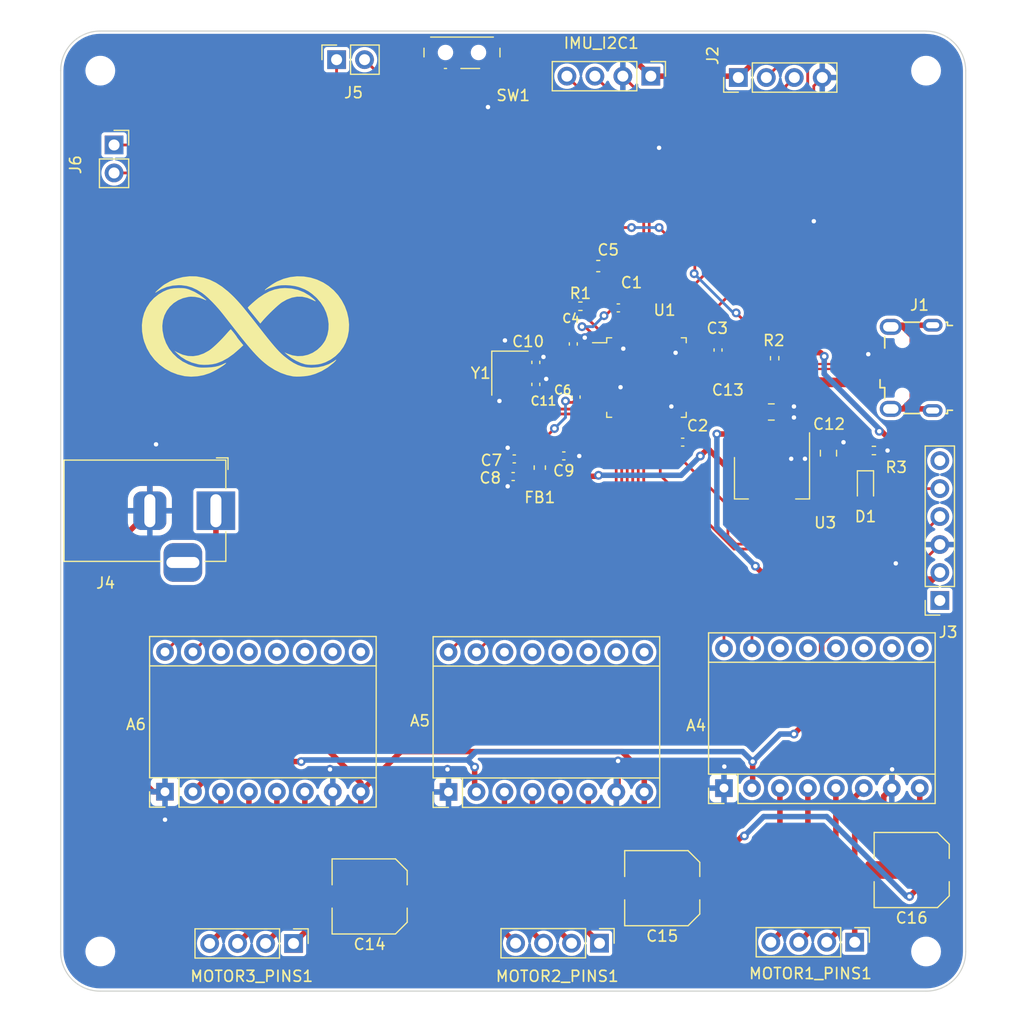
<source format=kicad_pcb>
(kicad_pcb (version 20221018) (generator pcbnew)
  (layers (0 "F.Cu" signal "SIG1") (31 "B.Cu" power "GND") (34 "B.Paste" user) (35 "F.Paste" user) (36 "B.SilkS" user "B.Silkscreen") (37 "F.SilkS" user "F.Silkscreen") (38 "B.Mask" user) (39 "F.Mask" user) (44 "Edge.Cuts" user))
  (net 0 "")
  (net 1 "GND")
  (net 2 "VBUS")
  (net 3 "Net-(A4-1B)")
  (net 4 "Net-(A4-1A)")
  (net 5 "Net-(A4-2A)")
  (net 6 "Net-(A4-2B)")
  (net 7 "+12V")
  (net 14 "STEP M2")
  (net 15 "DIR M2")
  (net 16 "Net-(A5-1B)")
  (net 17 "Net-(A5-1A)")
  (net 18 "Net-(A5-2A)")
  (net 19 "Net-(A5-2B)")
  (net 26 "STEP M1")
  (net 27 "DIR M1")
  (net 28 "Net-(A6-1B)")
  (net 29 "Net-(A6-1A)")
  (net 30 "Net-(A6-2A)")
  (net 31 "Net-(A6-2B)")
  (net 38 "STEP M3")
  (net 39 "DIR M3")
  (net 40 "+3.3V")
  (net 41 "+3.3VA")
  (net 42 "/STM32 Board/NSRT")
  (net 43 "/STM32 Board/HSE_IN")
  (net 44 "/STM32 Board/HSE_OUT")
  (net 45 "Net-(D1-K)")
  (net 46 "IMU1_SCL")
  (net 47 "IMU1_SDA")
  (net 48 "USB_D-")
  (net 49 "USB_D+")
  (net 51 "unconnected-(J1-Shield-Pad6)")
  (net 52 "SWDIO")
  (net 53 "SWCLK")
  (net 57 "/STM32 Board/SW_BOOT0")
  (net 58 "/STM32 Board/BOOT0")
  (net 72 "BT_TX")
  (net 73 "BT_RX")
  (net 78 "/STM32 Board/GPIO_IN1")
  (net 79 "/STM32 Board/GPIO_IN2")
  (net 80 "/STM32 Board/GPIO_OUT1")
  (net 81 "/STM32 Board/GPIO_OUT2")
  (footprint "Connector_PinHeader_2.54mm:PinHeader_1x04_P2.54mm_Vertical" (layer "F.Cu") (at 195 45.5 -90)
    (fp_text reference "IMU_I2C1")
    (fp_text value "Conn_01x04_Pin")
  )
  (footprint "Package_TO_SOT_SMD:SOT-223-3_TabPin2" (layer "F.Cu") (at 206.006 81.99 -90)
    (fp_text reference "U3")
    (fp_text value "AMS1117-3.3")
  )
  (footprint "Capacitor_SMD:C_0402_1005Metric" (layer "F.Cu") (at 184.556 71.494 90)
    (fp_text reference "C10")
    (fp_text value "10pF")
  )
  (footprint "Module:Pololu_Breakout-16_15.2x20.3mm" (layer "F.Cu") (at 176.626 110.51 90)
    (fp_text reference "A5")
    (fp_text value "Pololu_Breakout_A4988")
  )
  (footprint "Connector_PinHeader_2.54mm:PinHeader_1x04_P2.54mm_Vertical" (layer "F.Cu") (at 162.55 124.27 -90)
    (fp_text reference "MOTOR3_PINS1")
    (fp_text value "Conn_01x04_Pin")
  )
  (footprint "Capacitor_SMD:C_0402_1005Metric" (layer "F.Cu") (at 187.96 69.822 90)
    (fp_text reference "C4")
    (fp_text value "100nF")
  )
  (footprint "Capacitor_SMD:C_0805_2012Metric" (layer "F.Cu") (at 205.946 76)
    (fp_text reference "C13")
    (fp_text value "22uF")
  )
  (footprint "Capacitor_SMD:C_0402_1005Metric" (layer "F.Cu") (at 182.598 80.264 180)
    (fp_text reference "C7")
    (fp_text value "1uF")
  )
  (footprint "Capacitor_SMD:C_Elec_6.3x5.8" (layer "F.Cu") (at 218.694 117.602 180)
    (fp_text reference "C16")
    (fp_text value "47uF")
  )
  (footprint "Capacitor_SMD:C_Elec_6.3x5.8" (layer "F.Cu") (at 196.0375 119.25 180)
    (fp_text reference "C15")
    (fp_text value "47uF")
  )
  (footprint "Capacitor_SMD:C_0402_1005Metric" (layer "F.Cu") (at 201.106 70.371 -90)
    (fp_text reference "C3")
    (fp_text value "100nF")
  )
  (footprint "Connector_PinSocket_2.54mm:PinSocket_1x02_P2.54mm_Vertical" (layer "F.Cu") (at 166.46 44 90)
    (fp_text reference "J5")
    (fp_text value "GPIO Inputs")
  )
  (footprint "Crystal:Crystal_SMD_3225-4Pin_3.2x2.5mm" (layer "F.Cu") (at 182.206 72.474 -90)
    (fp_text reference "Y1")
    (fp_text value "16MHz")
  )
  (footprint "MountingHole:MountingHole_2.2mm_M2" (layer "F.Cu") (at 220 125)
    (fp_text reference "H4")
    (fp_text value "MountingHole")
  )
  (footprint "Package_QFP:LQFP-48_7x7mm_P0.5mm" (layer "F.Cu") (at 194.606 72.871)
    (fp_text reference "U1")
    (fp_text value "STM32F103C8T6")
  )
  (footprint "Capacitor_SMD:C_0402_1005Metric" (layer "F.Cu") (at 197.894 78.74 180)
    (fp_text reference "C2")
    (fp_text value "100nF")
  )
  (footprint "Connector_PinHeader_2.54mm:PinHeader_1x04_P2.54mm_Vertical" (layer "F.Cu") (at 190.34 124.25 -90)
    (fp_text reference "MOTOR2_PINS1")
    (fp_text value "Conn_01x04_Pin")
  )
  (footprint "Button_Switch_SMD:SW_SPDT_PCM12" (layer "F.Cu") (at 177.85 43.68 180)
    (fp_text reference "SW1")
    (fp_text value "SW_SPDT")
  )
  (footprint "Capacitor_SMD:C_Elec_6.3x5.8" (layer "F.Cu") (at 169.4625 120 180)
    (fp_text reference "C14")
    (fp_text value "47uF")
  )
  (footprint "Connector_PinHeader_2.54mm:PinHeader_1x04_P2.54mm_Vertical" (layer "F.Cu") (at 213.52 124.16 -90)
    (fp_text reference "MOTOR1_PINS1")
    (fp_text value "Conn_01x04_Pin")
  )
  (footprint "Connector_PinSocket_2.54mm:PinSocket_1x02_P2.54mm_Vertical" (layer "F.Cu") (at 146.25 51.75)
    (fp_text reference "J6")
    (fp_text value "GPIO Outputs")
  )
  (footprint "Resistor_SMD:R_0402_1005Metric" (layer "F.Cu") (at 215.26 79.5 180)
    (fp_text reference "R3")
    (fp_text value "1k5")
  )
  (footprint "Capacitor_SMD:C_0402_1005Metric" (layer "F.Cu") (at 184.556 73.494 90)
    (fp_text reference "C11")
    (fp_text value "10pF")
  )
  (footprint "Capacitor_SMD:C_0603_1608Metric" (layer "F.Cu") (at 190.225 62.75)
    (fp_text reference "C5")
    (fp_text value "10uF")
  )
  (footprint "Resistor_SMD:R_0402_1005Metric" (layer "F.Cu") (at 206.248 71.118 90)
    (fp_text reference "R2")
    (fp_text value "1k5")
  )
  (footprint "Capacitor_SMD:C_0402_1005Metric" (layer "F.Cu") (at 188.214 74.648 90)
    (fp_text reference "C6")
    (fp_text value "10nF")
  )
  (footprint "Logos:evenBetter" (layer "F.Cu") (at 158.25 68.25)
    (fp_text reference "Riley Yeoman" hide)
    (fp_text value "LOGO" hide)
  )
  (footprint "Resistor_SMD:R_0402_1005Metric" (layer "F.Cu") (at 188.606 66.396)
    (fp_text reference "R1")
    (fp_text value "10K")
  )
  (footprint "Connector_PinSocket_2.54mm:PinSocket_1x06_P2.54mm_Vertical" (layer "F.Cu") (at 221.25 93.12 180)
    (fp_text reference "J3")
    (fp_text value "BLUETOOTH SOCKET")
  )
  (footprint "MountingHole:MountingHole_2.2mm_M2" (layer "F.Cu") (at 220 45)
    (fp_text reference "H2")
    (fp_text value "MountingHole")
  )
  (footprint "MountingHole:MountingHole_2.2mm_M2" (layer "F.Cu") (at 145 125)
    (fp_text reference "H3")
    (fp_text value "MountingHole")
  )
  (footprint "Module:Pololu_Breakout-16_15.2x20.3mm" (layer "F.Cu") (at 201.646 110.16 90)
    (fp_text reference "A4")
    (fp_text value "Pololu_Breakout_A4988")
  )
  (footprint "Connector_PinHeader_2.54mm:PinHeader_1x04_P2.54mm_Vertical" (layer "F.Cu") (at 202.95 45.625 90)
    (fp_text reference "J2")
    (fp_text value "Conn_01x04_Pin")
  )
  (footprint "Capacitor_SMD:C_0805_2012Metric" (layer "F.Cu") (at 211.136 79.74 90)
    (fp_text reference "C12")
    (fp_text value "22uF")
  )
  (footprint "Module:Pololu_Breakout-16_15.2x20.3mm" (layer "F.Cu") (at 150.876 110.49 90)
    (fp_text reference "A6")
    (fp_text value "Pololu_Breakout_A4988")
  )
  (footprint "Inductor_SMD:L_0603_1608Metric" (layer "F.Cu") (at 184.918 81.0515 -90)
    (fp_text reference "FB1")
    (fp_text value "120R")
  )
  (footprint "Connector_BarrelJack:BarrelJack_Horizontal" (layer "F.Cu") (at 155.5 84.9685)
    (fp_text reference "J4")
    (fp_text value "12V Input")
  )
  (footprint "Capacitor_SMD:C_0402_1005Metric" (layer "F.Cu") (at 182.498 81.864 180)
    (fp_text reference "C8")
    (fp_text value "1uF")
  )
  (footprint "MountingHole:MountingHole_2.2mm_M2" (layer "F.Cu") (at 145 45)
    (fp_text reference "H1")
    (fp_text value "MountingHole")
  )
  (footprint "Capacitor_SMD:C_0402_1005Metric" (layer "F.Cu") (at 192.052 66.548)
    (fp_text reference "C1")
    (fp_text value "100nF")
  )
  (footprint "Connector_USB:USB_Micro-B_Wuerth_629105150521" (layer "F.Cu") (at 218.645 71.994 90)
    (fp_text reference "J1")
    (fp_text value "USB_B_Micro")
  )
  (footprint "Capacitor_SMD:C_0402_1005Metric" (layer "F.Cu") (at 187.098 79.989)
    (fp_text reference "C9")
    (fp_text value "100nF")
  )
  (footprint "LED_SMD:LED_0603_1608Metric" (layer "F.Cu") (at 214.496 82.8275 -90)
    (fp_text reference "D1")
    (fp_text value "LED")
  )
  (gr_arc (start 141.4 45) (mid 142.454416 42.454416) (end 145 41.4) (stroke (width 0.1)) (layer "Edge.Cuts"))
  (gr_arc (start 223.599999 125) (mid 222.551481 127.551481) (end 220 128.599999) (stroke (width 0.1)) (layer "Edge.Cuts"))
  (gr_arc (start 144.990001 128.599999) (mid 142.445035 127.547933) (end 141.400043 125.000055) (stroke (width 0.1)) (layer "Edge.Cuts"))
  (gr_line (start 141.4 45) (end 141.4 125) (stroke (width 0.1)) (layer "Edge.Cuts"))
  (gr_line (start 145 128.6) (end 220 128.6) (stroke (width 0.1)) (layer "Edge.Cuts"))
  (gr_arc (start 220 41.409987) (mid 222.542056 42.460873) (end 223.599999 45) (stroke (width 0.1)) (layer "Edge.Cuts"))
  (gr_line (start 145 41.4) (end 220 41.4) (stroke (width 0.1)) (layer "Edge.Cuts"))
  (gr_line (start 223.6 45) (end 223.6 125) (stroke (width 0.1)) (layer "Edge.Cuts"))
  (segment (start 150.876 113.03) (end 150.876 110.49) (width 0.25) (layer "F.Cu") (net 1))
  (segment (start 192.356 66.724) (end 192.532 66.548) (width 0.25) (layer "F.Cu") (net 1))
  (segment (start 185.236 71.014) (end 185.25 71) (width 0.25) (layer "F.Cu") (net 1))
  (segment (start 191 64) (end 191 62.75) (width 0.25) (layer "F.Cu") (net 1))
  (segment (start 190.4435 73.621) (end 192.121 73.621) (width 0.25) (layer "F.Cu") (net 1))
  (segment (start 216.916 110.13) (end 216.886 110.16) (width 0.5) (layer "F.Cu") (net 1))
  (segment (start 195.75 48.79) (end 192.46 45.5) (width 0.25) (layer "F.Cu") (net 1))
  (segment (start 192.121 73.621) (end 192.25 73.75) (width 0.25) (layer "F.Cu") (net 1))
  (segment (start 181.356 74.894) (end 181.25 75) (width 0.25) (layer "F.Cu") (net 1))
  (segment (start 206.896 76) (end 207.5 76) (width 0.25) (layer "F.Cu") (net 1))
  (segment (start 166.116 119.191) (end 166.116 110.49) (width 0.5) (layer "F.Cu") (net 1))
  (segment (start 196.856 75.849989) (end 196.865644 75.840345) (width 0.25) (layer "F.Cu") (net 1))
  (segment (start 193.5 119.25) (end 191.866 117.616) (width 0.5) (layer "F.Cu") (net 1))
  (segment (start 197.414 78.74) (end 196.856 78.182) (width 0.25) (layer "F.Cu") (net 1))
  (segment (start 207.5 76) (end 208 75.5) (width 0.25) (layer "F.Cu") (net 1))
  (segment (start 197.583296 70.621) (end 197.581042 70.623254) (width 0.25) (layer "F.Cu") (net 1))
  (segment (start 216.916 108.458) (end 216.916 110.13) (width 0.5) (layer "F.Cu") (net 1))
  (segment (start 201.646 110.16) (end 201.646 108.234) (width 0.25) (layer "F.Cu") (net 1))
  (segment (start 149.5 79.5) (end 149.5 84.9685) (width 0.5) (layer "F.Cu") (net 1))
  (segment (start 216.1565 117.602) (end 216.1565 110.8895) (width 0.5) (layer "F.Cu") (net 1))
  (segment (start 166.116 110.49) (end 166.116 108.712) (width 0.25) (layer "F.Cu") (net 1))
  (segment (start 181.356 73.574) (end 181.356 74.894) (width 0.25) (layer "F.Cu") (net 1))
  (segment (start 176.626 110.51) (end 176.626 108.554) (width 0.25) (layer "F.Cu") (net 1))
  (segment (start 191.602 110.774) (end 191.866 110.51) (width 0.25) (layer "F.Cu") (net 1))
  (segment (start 192.356 68.7085) (end 192.356 66.724) (width 0.25) (layer "F.Cu") (net 1))
  (segment (start 192.356 69.889334) (end 192.335988 69.909346) (width 0.25) (layer "F.Cu") (net 1))
  (segment (start 211.136 78.79) (end 212.21 78.79) (width 0.5) (layer "F.Cu") (net 1))
  (segment (start 201.646 108.234) (end 201.676 108.204) (width 0.25) (layer "F.Cu") (net 1))
  (segment (start 150.062 78.938) (end 149.5 79.5) (width 0.5) (layer "F.Cu") (net 1))
  (segment (start 188.908 69.342) (end 189 69.25) (width 0.25) (layer "F.Cu") (net 1))
  (segment (start 192.532 65.532) (end 191 64) (width 0.25) (layer "F.Cu") (net 1))
  (segment (start 144.713 105.394173) (end 149.808827 110.49) (width 0.5) (layer "F.Cu") (net 1))
  (segment (start 214.806 70.694) (end 214.75 70.75) (width 0.25) (layer "F.Cu") (net 1))
  (segment (start 188.214 74.168) (end 188.761 73.621) (width 0.25) (layer "F.Cu") (net 1))
  (segment (start 201.106 70.851) (end 200.876 70.621) (width 0.25) (layer "F.Cu") (net 1))
  (segment (start 192.024 110.352) (end 191.866 110.51) (width 0.5) (layer "F.Cu") (net 1))
  (segment (start 180.1 48.196) (end 180.21 48.306) (width 0.25) (layer "F.Cu") (net 1))
  (segment (start 149.808827 110.49) (end 150.876 110.49) (width 0.5) (layer "F.Cu") (net 1))
  (segment (start 188.761 73.621) (end 190.4435 73.621) (width 0.25) (layer "F.Cu") (net 1))
  (segment (start 166.925 120) (end 166.116 119.191) (width 0.5) (layer "F.Cu") (net 1))
  (segment (start 208.306 79.556) (end 209 80.25) (width 0.5) (layer "F.Cu") (net 1))
  (segment (start 196.856 77.0335) (end 196.856 75.849989) (width 0.25) (layer "F.Cu") (net 1))
  (segment (start 181.75 69.5) (end 181.75 69.75) (width 0.25) (layer "F.Cu") (net 1))
  (segment (start 208.306 78.84) (end 208.306 79.556) (width 0.5) (layer "F.Cu") (net 1))
  (segment (start 184.556 71.014) (end 185.236 71.014) (width 0.25) (layer "F.Cu") (net 1))
  (segment (start 183.056 71.374) (end 183.056 71.056) (width 0.25) (layer "F.Cu") (net 1))
  (segment (start 216.1565 110.8895) (end 216.886 110.16) (width 0.5) (layer "F.Cu") (net 1))
  (segment (start 182.018 81.864) (end 182.018 82.732) (width 0.5) (layer "F.Cu") (net 1))
  (segment (start 208.306 79.694) (end 207.75 80.25) (width 0.5) (layer "F.Cu") (net 1))
  (segment (start 212.21 78.79) (end 212.25 78.75) (width 0.5) (layer "F.Cu") (net 1))
  (segment (start 221.25 88.04) (end 219.54 89.75) (width 0.25) (layer "F.Cu") (net 1))
  (segment (start 215.77 79.5) (end 216.5 79.5) (width 0.5) (layer "F.Cu") (net 1))
  (segment (start 192.024 107.696) (end 192.024 110.352) (width 0.5) (layer "F.Cu") (net 1))
  (segment (start 184.556 73.014) (end 185.486 73.014) (width 0.25) (layer "F.Cu") (net 1))
  (segment (start 187.578 79.989) (end 188.239 79.989) (width 0.25) (layer "F.Cu") (net 1))
  (segment (start 216.745 70.694) (end 214.806 70.694) (width 0.25) (layer "F.Cu") (net 1))
  (segment (start 206.896 76) (end 207.396 76.5) (width 0.25) (layer "F.Cu") (net 1))
  (segment (start 209.804 58.674) (end 209.804 46.391) (width 0.25) (layer "F.Cu") (net 1))
  (segment (start 191.866 117.616) (end 191.866 110.51) (width 0.5) (layer "F.Cu") (net 1))
  (segment (start 207.396 76.5) (end 208 76.5) (width 0.25) (layer "F.Cu") (net 1))
  (segment (start 200.876 70.621) (end 198.7685 70.621) (width 0.25) (layer "F.Cu") (net 1))
  (segment (start 182.118 80.264) (end 182.118 79.368) (width 0.5) (layer "F.Cu") (net 1))
  (segment (start 182.118 79.368) (end 182 79.25) (width 0.5) (layer "F.Cu") (net 1))
  (segment (start 196.856 78.182) (end 196.856 77.0335) (width 0.25) (layer "F.Cu") (net 1))
  (segment (start 192.532 66.548) (end 192.532 65.532) (width 0.25) (layer "F.Cu") (net 1))
  (segment (start 188.239 79.989) (end 188.25 80) (width 0.25) (layer "F.Cu") (net 1))
  (segment (start 180.1 45.11) (end 180.1 48.196) (width 0.25) (layer "F.Cu") (net 1))
  (segment (start 149.5 84.9685) (end 144.713 89.7555) (width 0.5) (layer "F.Cu") (net 1))
  (segment (start 208.306 78.84) (end 208.306 79.694) (width 0.5) (layer "F.Cu") (net 1))
  (segment (start 198.7685 70.621) (end 197.583296 70.621) (width 0.25) (layer "F.Cu") (net 1))
  (segment (start 144.713 89.7555) (end 144.713 105.394173) (width 0.5) (layer "F.Cu") (net 1))
  (segment (start 176.626 108.554) (end 176.53 108.458) (width 0.25) (layer "F.Cu") (net 1))
  (segment (start 182.018 82.732) (end 182 82.75) (width 0.5) (layer "F.Cu") (net 1))
  (segment (start 183.056 71.056) (end 181.75 69.5) (width 0.25) (layer "F.Cu") (net 1))
  (segment (start 185.486 73.014) (end 185.5 73) (width 0.25) (layer "F.Cu") (net 1))
  (segment (start 219.54 89.75) (end 217.25 89.75) (width 0.25) (layer "F.Cu") (net 1))
  (segment (start 166.116 108.712) (end 165.862 108.458) (width 0.25) (layer "F.Cu") (net 1))
  (segment (start 209.804 46.391) (end 210.57 45.625) (width 0.25) (layer "F.Cu") (net 1))
  (segment (start 165.694 110.912) (end 166.116 110.49) (width 0.25) (layer "F.Cu") (net 1))
  (segment (start 192.356 68.7085) (end 192.356 69.889334) (width 0.25) (layer "F.Cu") (net 1))
  (segment (start 195.75 52.007) (end 195.75 48.79) (width 0.25) (layer "F.Cu") (net 1))
  (segment (start 187.96 69.342) (end 188.908 69.342) (width 0.25) (layer "F.Cu") (net 1))
  (via (at 188.5 80) (size 0.8) (drill 0.4) (layers "F.Cu" "B.Cu") (net 1))
  (via (at 182 79.25) (size 0.8) (drill 0.4) (layers "F.Cu" "B.Cu") (net 1))
  (via (at 192.024 107.696) (size 0.8) (drill 0.4) (layers "F.Cu" "B.Cu") (net 1))
  (via (at 192.25 73.75) (size 0.8) (drill 0.4) (layers "F.Cu" "B.Cu") (net 1))
  (via (at 181.25 75) (size 0.8) (drill 0.4) (layers "F.Cu" "B.Cu") (net 1))
  (via (at 181.75 69.5) (size 0.8) (drill 0.4) (layers "F.Cu" "B.Cu") (net 1))
  (via (at 176.53 108.458) (size 0.8) (drill 0.4) (layers "F.Cu" "B.Cu") (net 1))
  (via (at 150.062 78.938) (size 0.8) (drill 0.4) (layers "F.Cu" "B.Cu") (net 1))
  (via (at 209.804 58.674) (size 0.8) (drill 0.4) (layers "F.Cu" "B.Cu") (net 1))
  (via (at 196.865644 75.5) (size 0.8) (drill 0.4) (layers "F.Cu" "B.Cu") (net 1))
  (via (at 216.916 108.458) (size 0.8) (drill 0.4) (layers "F.Cu" "B.Cu") (net 1))
  (via (at 192.5 70.25) (size 0.8) (drill 0.4) (layers "F.Cu" "B.Cu") (net 1))
  (via (at 182 82.75) (size 0.8) (drill 0.4) (layers "F.Cu" "B.Cu") (net 1))
  (via (at 209 80.25) (size 0.8) (drill 0.4) (layers "F.Cu" "B.Cu") (net 1))
  (via (at 165.862 108.458) (size 0.8) (drill 0.4) (layers "F.Cu" "B.Cu") (net 1))
  (via (at 207.75 80.25) (size 0.8) (drill 0.4) (layers "F.Cu" "B.Cu") (net 1))
  (via (at 212.5 78.75) (size 0.8) (drill 0.4) (layers "F.Cu" "B.Cu") (net 1))
  (via (at 180.21 48.306) (size 0.8) (drill 0.4) (layers "F.Cu" "B.Cu") (net 1))
  (via (at 216.5 79.5) (size 0.8) (drill 0.4) (layers "F.Cu" "B.Cu") (net 1))
  (via (at 150.876 113.03) (size 0.8) (drill 0.4) (layers "F.Cu" "B.Cu") (net 1))
  (via (at 214.75 70.75) (size 0.8) (drill 0.4) (layers "F.Cu" "B.Cu") (net 1))
  (via (at 189 69.25) (size 0.8) (drill 0.4) (layers "F.Cu" "B.Cu") (net 1))
  (via (at 197.25 70.623254) (size 0.8) (drill 0.4) (layers "F.Cu" "B.Cu") (net 1))
  (via (at 201.676 108.204) (size 0.8) (drill 0.4) (layers "F.Cu" "B.Cu") (net 1))
  (via (at 217.25 89.75) (size 0.8) (drill 0.4) (layers "F.Cu" "B.Cu") (net 1))
  (via (at 208 76.5) (size 0.8) (drill 0.4) (layers "F.Cu" "B.Cu") (net 1))
  (via (at 185.5 73) (size 0.8) (drill 0.4) (layers "F.Cu" "B.Cu") (net 1))
  (via (at 185.25 71) (size 0.8) (drill 0.4) (layers "F.Cu" "B.Cu") (net 1))
  (via (at 195.75 52.007) (size 0.8) (drill 0.4) (layers "F.Cu" "B.Cu") (net 1))
  (via (at 208 75.5) (size 0.8) (drill 0.4) (layers "F.Cu" "B.Cu") (net 1))
  (segment (start 215.75 96.08) (end 211.385346 96.08) (width 0.5) (layer "F.Cu") (net 2))
  (segment (start 179 110.344) (end 179.166 110.51) (width 0.5) (layer "F.Cu") (net 2))
  (segment (start 204.25 110.096) (end 204.186 110.16) (width 0.5) (layer "F.Cu") (net 2))
  (segment (start 153.416 110.49) (end 156.156 107.75) (width 0.5) (layer "F.Cu") (net 2))
  (segment (start 156.156 107.75) (end 163.25 107.75) (width 0.5) (layer "F.Cu") (net 2))
  (segment (start 204.25 107.75) (end 204.25 110.096) (width 0.5) (layer "F.Cu") (net 2))
  (segment (start 205.931 73.319) (end 216.745 73.319) (width 0.5) (layer "F.Cu") (net 2))
  (segment (start 201 78) (end 202.866 78) (width 0.5) (layer "F.Cu") (net 2))
  (segment (start 204.996 74.254) (end 205.931 73.319) (width 0.5) (layer "F.Cu") (net 2))
  (segment (start 210.516 102.734) (end 208 105.25) (width 0.5) (layer "F.Cu") (net 2))
  (segment (start 221.25 90.58) (end 220.651432 91.178568) (width 0.5) (layer "F.Cu") (net 2))
  (segment (start 220.651432 91.178568) (end 205.678568 91.178568) (width 0.5) (layer "F.Cu") (net 2))
  (segment (start 205.678568 91.178568) (end 204.5 90) (width 0.5) (layer "F.Cu") (net 2))
  (segment (start 221.25 90.58) (end 215.75 96.08) (width 0.5) (layer "F.Cu") (net 2))
  (segment (start 204.996 76) (end 204.996 74.254) (width 0.5) (layer "F.Cu") (net 2))
  (segment (start 202.866 78) (end 203.706 78.84) (width 0.5) (layer "F.Cu") (net 2))
  (segment (start 203.706 77.29) (end 203.706 78.84) (width 0.5) (layer "F.Cu") (net 2))
  (segment (start 179 108.25) (end 179 110.344) (width 0.5) (layer "F.Cu") (net 2))
  (segment (start 211.385346 96.08) (end 210.516 96.949346) (width 0.5) (layer "F.Cu") (net 2))
  (segment (start 210.516 96.949346) (end 210.516 102.734) (width 0.5) (layer "F.Cu") (net 2))
  (segment (start 204.996 76) (end 203.706 77.29) (width 0.5) (layer "F.Cu") (net 2))
  (via (at 163.25 107.75) (size 0.8) (drill 0.4) (layers "F.Cu" "B.Cu") (net 2))
  (via (at 204.25 107.75) (size 0.8) (drill 0.4) (layers "F.Cu" "B.Cu") (net 2))
  (via (at 179 108.25) (size 0.8) (drill 0.4) (layers "F.Cu" "B.Cu") (net 2))
  (via (at 204.5 90) (size 0.8) (drill 0.4) (layers "F.Cu" "B.Cu") (net 2))
  (via (at 201 78) (size 0.8) (drill 0.4) (layers "F.Cu" "B.Cu") (net 2))
  (via (at 208 105.25) (size 0.8) (drill 0.4) (layers "F.Cu" "B.Cu") (net 2))
  (segment (start 179.12 106.846) (end 203.346 106.846) (width 0.5) (layer "B.Cu") (net 2))
  (segment (start 163.25 107.75) (end 163.392 107.608) (width 0.5) (layer "B.Cu") (net 2))
  (segment (start 178.358 107.608) (end 179.12 106.846) (width 0.5) (layer "B.Cu") (net 2))
  (segment (start 163.392 107.608) (end 178.358 107.608) (width 0.5) (layer "B.Cu") (net 2))
  (segment (start 203.346 106.846) (end 204.25 107.75) (width 0.5) (layer "B.Cu") (net 2))
  (segment (start 201 86.5) (end 201 78) (width 0.5) (layer "B.Cu") (net 2))
  (segment (start 178.358 107.608) (end 179 108.25) (width 0.5) (layer "B.Cu") (net 2))
  (segment (start 206.75 105.25) (end 204.25 107.75) (width 0.5) (layer "B.Cu") (net 2))
  (segment (start 204.5 90) (end 201 86.5) (width 0.5) (layer "B.Cu") (net 2))
  (segment (start 208 105.25) (end 206.75 105.25) (width 0.5) (layer "B.Cu") (net 2))
  (segment (start 205.9 124.16) (end 206.726 123.334) (width 0.5) (layer "F.Cu") (net 3))
  (segment (start 206.726 123.334) (end 206.726 110.16) (width 0.5) (layer "F.Cu") (net 3))
  (segment (start 209.266 123.334) (end 208.44 124.16) (width 0.5) (layer "F.Cu") (net 4))
  (segment (start 209.266 110.16) (end 209.266 123.334) (width 0.5) (layer "F.Cu") (net 4))
  (segment (start 210.98 124.16) (end 211.806 123.334) (width 0.5) (layer "F.Cu") (net 5))
  (segment (start 211.806 123.334) (end 211.806 110.16) (width 0.5) (layer "F.Cu") (net 5))
  (segment (start 213.52 110.986) (end 214.346 110.16) (width 0.5) (layer "F.Cu") (net 6))
  (segment (start 213.52 124.16) (end 213.52 110.986) (width 0.5) (layer "F.Cu") (net 6))
  (segment (start 155.5 91.75) (end 151.75 95.5) (width 0.5) (layer "F.Cu") (net 7))
  (segment (start 151.75 95.5) (end 147.5 95.5) (width 0.5) (layer "F.Cu") (net 7))
  (segment (start 198.575 119.25) (end 194.406 115.081) (width 0.5) (layer "F.Cu") (net 7))
  (segment (start 168.656 116.656) (end 168.656 110.49) (width 0.5) (layer "F.Cu") (net 7))
  (segment (start 163.966 105) (end 168.656 109.69) (width 0.5) (layer "F.Cu") (net 7))
  (segment (start 146.75 105) (end 163.966 105) (width 0.5) (layer "F.Cu") (net 7))
  (segment (start 172 120) (end 168.656 116.656) (width 0.5) (layer "F.Cu") (net 7))
  (segment (start 147.5 95.5) (end 146.75 96.25) (width 0.5) (layer "F.Cu") (net 7))
  (segment (start 146.75 96.25) (end 146.75 105) (width 0.5) (layer "F.Cu") (net 7))
  (segment (start 168.656 110.49) (end 172.3 106.846) (width 0.5) (layer "F.Cu") (net 7))
  (segment (start 219.426 115.7965) (end 219.426 110.16) (width 0.5) (layer "F.Cu") (net 7))
  (segment (start 221.2315 117.602) (end 219.426 115.7965) (width 0.5) (layer "F.Cu") (net 7))
  (segment (start 221.2315 117.602) (end 220.898 117.602) (width 0.5) (layer "F.Cu") (net 7))
  (segment (start 168.656 109.69) (end 168.656 110.49) (width 0.5) (layer "F.Cu") (net 7))
  (segment (start 220.898 117.602) (end 218.5 120) (width 0.5) (layer "F.Cu") (net 7))
  (segment (start 155.5 84.9685) (end 155.5 91.75) (width 0.5) (layer "F.Cu") (net 7))
  (segment (start 156 84.9685) (end 154.25 84.9685) (width 0.25) (layer "F.Cu") (net 7))
  (segment (start 172.3 106.846) (end 192.376082 106.846) (width 0.5) (layer "F.Cu") (net 7))
  (segment (start 198.575 119.25) (end 203.325 114.5) (width 0.5) (layer "F.Cu") (net 7))
  (segment (start 203.325 114.5) (end 203.5 114.5) (width 0.5) (layer "F.Cu") (net 7))
  (segment (start 192.376082 106.846) (end 194.406 108.875918) (width 0.5) (layer "F.Cu") (net 7))
  (segment (start 194.406 115.081) (end 194.406 110.51) (width 0.5) (layer "F.Cu") (net 7))
  (segment (start 194.406 108.875918) (end 194.406 110.51) (width 0.5) (layer "F.Cu") (net 7))
  (via (at 218.5 120) (size 0.8) (drill 0.4) (layers "F.Cu" "B.Cu") (net 7))
  (via (at 203.5 114.5) (size 0.8) (drill 0.4) (layers "F.Cu" "B.Cu") (net 7))
  (segment (start 210.976654 112.75) (end 218.226654 120) (width 0.5) (layer "B.Cu") (net 7))
  (segment (start 218.226654 120) (end 218.5 120) (width 0.5) (layer "B.Cu") (net 7))
  (segment (start 205.25 112.75) (end 210.976654 112.75) (width 0.5) (layer "B.Cu") (net 7))
  (segment (start 203.5 114.5) (end 205.25 112.75) (width 0.5) (layer "B.Cu") (net 7))
  (segment (start 185.536 91.44) (end 191.77 91.44) (width 0.25) (layer "F.Cu") (net 14))
  (segment (start 191.77 91.44) (end 193.356 89.854) (width 0.25) (layer "F.Cu") (net 14))
  (segment (start 179.166 97.81) (end 185.536 91.44) (width 0.25) (layer "F.Cu") (net 14))
  (segment (start 193.356 89.854) (end 193.356 77.0335) (width 0.25) (layer "F.Cu") (net 14))
  (segment (start 191.262 90.678) (end 192.856 89.084) (width 0.25) (layer "F.Cu") (net 15))
  (segment (start 183.758 90.678) (end 191.262 90.678) (width 0.25) (layer "F.Cu") (net 15))
  (segment (start 192.856 89.084) (end 192.856 77.0335) (width 0.25) (layer "F.Cu") (net 15))
  (segment (start 176.626 97.81) (end 183.758 90.678) (width 0.25) (layer "F.Cu") (net 15))
  (segment (start 182.72 124.25) (end 181.706 123.236) (width 0.5) (layer "F.Cu") (net 16))
  (segment (start 181.706 123.236) (end 181.706 110.51) (width 0.5) (layer "F.Cu") (net 16))
  (segment (start 184.246 123.236) (end 185.26 124.25) (width 0.5) (layer "F.Cu") (net 17))
  (segment (start 184.246 110.51) (end 184.246 123.236) (width 0.5) (layer "F.Cu") (net 17))
  (segment (start 187.8 124.25) (end 186.786 123.236) (width 0.5) (layer "F.Cu") (net 18))
  (segment (start 186.786 123.236) (end 186.786 110.51) (width 0.5) (layer "F.Cu") (net 18))
  (segment (start 189.326 123.236) (end 190.34 124.25) (width 0.5) (layer "F.Cu") (net 19))
  (segment (start 189.326 110.51) (end 189.326 123.236) (width 0.5) (layer "F.Cu") (net 19))
  (segment (start 204.186 97.46) (end 204.186 92.172) (width 0.25) (layer "F.Cu") (net 26))
  (segment (start 204.186 92.172) (end 194.356 82.342) (width 0.25) (layer "F.Cu") (net 26))
  (segment (start 194.356 82.342) (end 194.356 77.0335) (width 0.25) (layer "F.Cu") (net 26))
  (segment (start 193.856 83.366) (end 193.856 77.0335) (width 0.25) (layer "F.Cu") (net 27))
  (segment (start 201.646 91.156) (end 193.856 83.366) (width 0.25) (layer "F.Cu") (net 27))
  (segment (start 201.646 97.46) (end 201.646 91.156) (width 0.25) (layer "F.Cu") (net 27))
  (segment (start 154.93 124.27) (end 155.956 123.244) (width 0.5) (layer "F.Cu") (net 28))
  (segment (start 155.956 123.244) (end 155.956 110.49) (width 0.5) (layer "F.Cu") (net 28))
  (segment (start 158.496 110.49) (end 158.496 123.244) (width 0.5) (layer "F.Cu") (net 29))
  (segment (start 158.496 123.244) (end 157.47 124.27) (width 0.5) (layer "F.Cu") (net 29))
  (segment (start 161.036 123.244) (end 161.036 110.49) (width 0.5) (layer "F.Cu") (net 30))
  (segment (start 160.01 124.27) (end 161.036 123.244) (width 0.5) (layer "F.Cu") (net 30))
  (segment (start 163.576 123.244) (end 162.55 124.27) (width 0.5) (layer "F.Cu") (net 31))
  (segment (start 163.576 110.49) (end 163.576 123.244) (width 0.5) (layer "F.Cu") (net 31))
  (segment (start 192.356 87.552) (end 189.738 90.17) (width 0.25) (layer "F.Cu") (net 38))
  (segment (start 189.738 90.17) (end 178.054 90.17) (width 0.25) (layer "F.Cu") (net 38))
  (segment (start 173.736 94.488) (end 156.718 94.488) (width 0.25) (layer "F.Cu") (net 38))
  (segment (start 192.356 77.0335) (end 192.356 87.552) (width 0.25) (layer "F.Cu") (net 38))
  (segment (start 156.718 94.488) (end 153.416 97.79) (width 0.25) (layer "F.Cu") (net 38))
  (segment (start 178.054 90.17) (end 173.736 94.488) (width 0.25) (layer "F.Cu") (net 38))
  (segment (start 177.292 89.408) (end 189.23 89.408) (width 0.25) (layer "F.Cu") (net 39))
  (segment (start 155.194 93.472) (end 173.228 93.472) (width 0.25) (layer "F.Cu") (net 39))
  (segment (start 150.876 97.79) (end 155.194 93.472) (width 0.25) (layer "F.Cu") (net 39))
  (segment (start 189.23 89.408) (end 191.856 86.782) (width 0.25) (layer "F.Cu") (net 39))
  (segment (start 173.228 93.472) (end 177.292 89.408) (width 0.25) (layer "F.Cu") (net 39))
  (segment (start 191.856 86.782) (end 191.856 77.0335) (width 0.25) (layer "F.Cu") (net 39))
  (segment (start 180.882792 43.61) (end 193.11 43.61) (width 0.5) (layer "F.Cu") (net 40))
  (segment (start 202.95 45.625) (end 205.117473 43.457527) (width 0.5) (layer "F.Cu") (net 40))
  (segment (start 205.117473 43.457527) (end 212.845357 43.457527) (width 0.5) (layer "F.Cu") (net 40))
  (segment (start 206.248 70.608) (end 210.4115 70.608) (width 0.5) (layer "F.Cu") (net 40))
  (segment (start 202.825 45.5) (end 202.95 45.625) (width 0.5) (layer "F.Cu") (net 40))
  (segment (start 175.25 44.76) (end 175.25 42.5) (width 0.5) (layer "F.Cu") (net 40))
  (segment (start 195.75 59.25) (end 199 62.5) (width 0.25) (layer "F.Cu") (net 40))
  (segment (start 180.55 42.55) (end 180.55 43.277208) (width 0.5) (layer "F.Cu") (net 40))
  (segment (start 199 62.5) (end 199 63.5) (width 0.25) (layer "F.Cu") (net 40))
  (segment (start 201.106 69.891) (end 198.8985 69.891) (width 0.5) (layer "F.Cu") (net 40))
  (segment (start 212 64.856) (end 206.248 70.608) (width 0.5) (layer "F.Cu") (net 40))
  (segment (start 193.11 43.61) (end 195 45.5) (width 0.5) (layer "F.Cu") (net 40))
  (segment (start 175.25 42.5) (end 175.75 42) (width 0.5) (layer "F.Cu") (net 40))
  (segment (start 213.75 64) (end 212.894 64.856) (width 0.5) (layer "F.Cu") (net 40))
  (segment (start 211.571 80.69) (end 214.496 83.615) (width 0.5) (layer "F.Cu") (net 40))
  (segment (start 190.75 67.25) (end 190.87 67.25) (width 0.25) (layer "F.Cu") (net 40))
  (segment (start 195 45.5) (end 202.825 45.5) (width 0.5) (layer "F.Cu") (net 40))
  (segment (start 211.136 80.69) (end 206.686 85.14) (width 0.5) (layer "F.Cu") (net 40))
  (segment (start 190.75 59.25) (end 193.25 59.25) (width 0.25) (layer "F.Cu") (net 40))
  (segment (start 202.75 67) (end 205.531 69.781) (width 0.25) (layer "F.Cu") (net 40))
  (segment (start 188.141 70.121) (end 187.96 70.302) (width 0.25) (layer "F.Cu") (net 40))
  (segment (start 191.572 66.548) (end 189.45 64.426) (width 0.25) (layer "F.Cu") (net 40))
  (segment (start 217.35 79.147918) (end 217.35 80.761) (width 0.5) (layer "F.Cu") (net 40))
  (segment (start 190.4435 70.121) (end 190.4435 69.668195) (width 0.25) (layer "F.Cu") (net 40))
  (segment (start 189.45 62.75) (end 189.45 60.05) (width 0.25) (layer "F.Cu") (net 40))
  (segment (start 198.374 78.74) (end 198.374 78.0515) (width 0.25) (layer "F.Cu") (net 40))
  (segment (start 211.136 80.69) (end 211.571 80.69) (width 0.5) (layer "F.Cu") (net 40))
  (segment (start 175.6 45.11) (end 175.25 44.76) (width 0.5) (layer "F.Cu") (net 40))
  (segment (start 191.856 68.7085) (end 191.856 66.832) (width 0.25) (layer "F.Cu") (net 40))
  (segment (start 217.35 80.761) (end 214.496 83.615) (width 0.5) (layer "F.Cu") (net 40))
  (segment (start 212.894 64.856) (end 212 64.856) (width 0.5) (layer "F.Cu") (net 40))
  (segment (start 213.75 44.36217) (end 213.75 64) (width 0.5) (layer "F.Cu") (net 40))
  (segment (start 184.918 81.839) (end 190.161 81.839) (width 0.5) (layer "F.Cu") (net 40))
  (segment (start 215.952082 77.75) (end 217.35 79.147918) (width 0.5) (layer "F.Cu") (net 40))
  (segment (start 205.531 69.781) (end 205.531 69.891) (width 0.25) (layer "F.Cu") (net 40))
  (segment (start 180.55 43.277208) (end 180.882792 43.61) (width 0.5) (layer "F.Cu") (net 40))
  (segment (start 183.003 81.839) (end 182.978 81.864) (width 0.5) (layer "F.Cu") (net 40))
  (segment (start 198.8985 69.891) (end 198.7685 70.021) (width 0.5) (layer "F.Cu") (net 40))
  (segment (start 205.531 69.891) (end 201.106 69.891) (width 0.5) (layer "F.Cu") (net 40))
  (segment (start 189.45 64.426) (end 189.45 62.75) (width 0.25) (layer "F.Cu") (net 40))
  (segment (start 206.248 70.608) (end 205.531 69.891) (width 0.5) (layer "F.Cu") (net 40))
  (segment (start 190.161 81.839) (end 190.25 81.75) (width 0.5) (layer "F.Cu") (net 40))
  (segment (start 199.606 78.74) (end 198.374 78.74) (width 0.5) (layer "F.Cu") (net 40))
  (segment (start 190.87 67.25) (end 191.572 66.548) (width 0.25) (layer "F.Cu") (net 40))
  (segment (start 191.856 66.832) (end 191.572 66.548) (width 0.25) (layer "F.Cu") (net 40))
  (segment (start 184.918 81.839) (end 183.003 81.839) (width 0.5) (layer "F.Cu") (net 40))
  (segment (start 206.686 85.14) (end 206.006 85.14) (width 0.5) (layer "F.Cu") (net 40))
  (segment (start 215.75 77.75) (end 215.952082 77.75) (width 0.5) (layer "F.Cu") (net 40))
  (segment (start 190.25 59.25) (end 190.75 59.25) (width 0.25) (layer "F.Cu") (net 40))
  (segment (start 189.025305 68.25) (end 188.75 68.25) (width 0.25) (layer "F.Cu") (net 40))
  (segment (start 199 63.5) (end 198.936701 63.436701) (width 0.25) (layer "F.Cu") (net 40))
  (segment (start 212.845357 43.457527) (end 213.75 44.36217) (width 0.5) (layer "F.Cu") (net 40))
  (segment (start 200.308 79.442) (end 199.606 78.74) (width 0.5) (layer "F.Cu") (net 40))
  (segment (start 189.5 60) (end 190.25 59.25) (width 0.25) (layer "F.Cu") (net 40))
  (segment (start 200.308 79.442) (end 200.058 79.442) (width 0.5) (layer "F.Cu") (net 40))
  (segment (start 200.058 79.442) (end 199.5 80) (width 0.5) (layer "F.Cu") (net 40))
  (segment (start 190.4435 69.668195) (end 189.025305 68.25) (width 0.25) (layer "F.Cu") (net 40))
  (segment (start 189.45 60.05) (end 189.5 60) (width 0.25) (layer "F.Cu") (net 40))
  (segment (start 190.4435 70.121) (end 188.141 70.121) (width 0.25) (layer "F.Cu") (net 40))
  (segment (start 180 42) (end 180.55 42.55) (width 0.5) (layer "F.Cu") (net 40))
  (segment (start 198.374 78.0515) (end 197.356 77.0335) (width 0.25) (layer "F.Cu") (net 40))
  (segment (start 206.006 85.14) (end 200.308 79.442) (width 0.5) (layer "F.Cu") (net 40))
  (segment (start 210.4115 70.608) (end 210.75 70.9465) (width 0.5) (layer "F.Cu") (net 40))
  (segment (start 175.75 42) (end 180 42) (width 0.5) (layer "F.Cu") (net 40))
  (via (at 199.5 80) (size 0.8) (drill 0.4) (layers "F.Cu" "B.Cu") (net 40))
  (via (at 195.75 59.25) (size 0.8) (drill 0.4) (layers "F.Cu" "B.Cu") (net 40))
  (via (at 188.75 68.25) (size 0.8) (drill 0.4) (layers "F.Cu" "B.Cu") (net 40))
  (via (at 210.75 70.9465) (size 0.8) (drill 0.4) (layers "F.Cu" "B.Cu") (net 40))
  (via (at 202.75 67) (size 0.8) (drill 0.4) (layers "F.Cu" "B.Cu") (net 40))
  (via (at 193.25 59.25) (size 0.8) (drill 0.4) (layers "F.Cu" "B.Cu") (net 40))
  (via (at 215.75 77.75) (size 0.8) (drill 0.4) (layers "F.Cu" "B.Cu") (net 40))
  (via (at 190.25 81.75) (size 0.8) (drill 0.4) (layers "F.Cu" "B.Cu") (net 40))
  (via (at 198.936701 63.436701) (size 0.8) (drill 0.4) (layers "F.Cu" "B.Cu") (net 40))
  (via (at 190.75 67.25) (size 0.8) (drill 0.4) (layers "F.Cu" "B.Cu") (net 40))
  (segment (start 188.75 68.25) (end 189.75 68.25) (width 0.25) (layer "B.Cu") (net 40))
  (segment (start 193.25 59.25) (end 195.75 59.25) (width 0.25) (layer "B.Cu") (net 40))
  (segment (start 215.75 77.547918) (end 215.75 77.75) (width 0.5) (layer "B.Cu") (net 40))
  (segment (start 210.75 72.547918) (end 215.75 77.547918) (width 0.5) (layer "B.Cu") (net 40))
  (segment (start 197.75 81.75) (end 190.25 81.75) (width 0.5) (layer "B.Cu") (net 40))
  (segment (start 202.5 67) (end 202.75 67) (width 0.25) (layer "B.Cu") (net 40))
  (segment (start 210.75 70.9465) (end 210.75 72.547918) (width 0.5) (layer "B.Cu") (net 40))
  (segment (start 199.5 80) (end 197.75 81.75) (width 0.5) (layer "B.Cu") (net 40))
  (segment (start 189.75 68.25) (end 190.75 67.25) (width 0.25) (layer "B.Cu") (net 40))
  (segment (start 198.936701 63.436701) (end 202.5 67) (width 0.25) (layer "B.Cu") (net 40))
  (segment (start 189.640314 74.121) (end 188.633314 75.128) (width 0.25) (layer "F.Cu") (net 41))
  (segment (start 188.214 75.128) (end 187.3695 75.128) (width 0.25) (layer "F.Cu") (net 41))
  (segment (start 184.918 78.832) (end 184.918 80.264) (width 0.25) (layer "F.Cu") (net 41))
  (segment (start 184.918 80.264) (end 183.078 80.264) (width 0.5) (layer "F.Cu") (net 41))
  (segment (start 187.3695 75.128) (end 187.25 75.0085) (width 0.25) (layer "F.Cu") (net 41))
  (segment (start 186.25 77.5) (end 184.918 78.832) (width 0.25) (layer "F.Cu") (net 41))
  (segment (start 188.633314 75.128) (end 188.214 75.128) (width 0.25) (layer "F.Cu") (net 41))
  (segment (start 190.4435 74.121) (end 189.640314 74.121) (width 0.25) (layer "F.Cu") (net 41))
  (via (at 186.25 77.5) (size 0.8) (drill 0.4) (layers "F.Cu" "B.Cu") (net 41))
  (via (at 187.25 75.0085) (size 0.8) (drill 0.4) (layers "F.Cu" "B.Cu") (net 41))
  (segment (start 187.25 76.5) (end 186.25 77.5) (width 0.25) (layer "B.Cu") (net 41))
  (segment (start 187.25 75.0085) (end 187.25 76.5) (width 0.25) (layer "B.Cu") (net 41))
  (segment (start 193.5 74) (end 190.867 76.633) (width 0.25) (layer "F.Cu") (net 42))
  (segment (start 186.618 79.679) (end 186.618 79.989) (width 0.25) (layer "F.Cu") (net 42))
  (segment (start 191.629 73.121) (end 192 72.75) (width 0.25) (layer "F.Cu") (net 42))
  (segment (start 189.664 76.633) (end 186.618 79.679) (width 0.25) (layer "F.Cu") (net 42))
  (segment (start 190.867 76.633) (end 189.664 76.633) (width 0.25) (layer "F.Cu") (net 42))
  (segment (start 192 72.75) (end 193.25 72.75) (width 0.25) (layer "F.Cu") (net 42))
  (segment (start 190.4435 73.121) (end 191.629 73.121) (width 0.25) (layer "F.Cu") (net 42))
  (segment (start 193.25 72.75) (end 193.5 73) (width 0.25) (layer "F.Cu") (net 42))
  (segment (start 193.5 73) (end 193.5 74) (width 0.25) (layer "F.Cu") (net 42))
  (segment (start 181.356 71.43362) (end 182.32138 72.399) (width 0.25) (layer "F.Cu") (net 43))
  (segment (start 181.356 71.374) (end 181.356 71.43362) (width 0.25) (layer "F.Cu") (net 43))
  (segment (start 190.4435 72.121) (end 184.703 72.121) (width 0.25) (layer "F.Cu") (net 43))
  (segment (start 184.131 72.399) (end 184.556 71.974) (width 0.25) (layer "F.Cu") (net 43))
  (segment (start 182.32138 72.399) (end 184.131 72.399) (width 0.25) (layer "F.Cu") (net 43))
  (segment (start 184.703 72.121) (end 184.556 71.974) (width 0.25) (layer "F.Cu") (net 43))
  (segment (start 183.056 73.574) (end 184.156 73.574) (width 0.25) (layer "F.Cu") (net 44))
  (segment (start 184.156 73.574) (end 184.556 73.974) (width 0.25) (layer "F.Cu") (net 44))
  (segment (start 186.904305 72.621) (end 185.551305 73.974) (width 0.25) (layer "F.Cu") (net 44))
  (segment (start 185.551305 73.974) (end 184.556 73.974) (width 0.25) (layer "F.Cu") (net 44))
  (segment (start 190.4435 72.621) (end 186.904305 72.621) (width 0.25) (layer "F.Cu") (net 44))
  (segment (start 214.75 81.786) (end 214.496 82.04) (width 0.5) (layer "F.Cu") (net 45))
  (segment (start 214.75 79.5) (end 214.75 81.786) (width 0.5) (layer "F.Cu") (net 45))
  (segment (start 189.92 45.5) (end 193.294 48.874) (width 0.25) (layer "F.Cu") (net 46))
  (segment (start 194.856 53.918) (end 194.856 68.7085) (width 0.25) (layer "F.Cu") (net 46))
  (segment (start 193.294 52.356) (end 194.856 53.918) (width 0.25) (layer "F.Cu") (net 46))
  (segment (start 193.294 48.874) (end 193.294 52.356) (width 0.25) (layer "F.Cu") (net 46))
  (segment (start 190.754 52.356) (end 194.356 55.958) (width 0.25) (layer "F.Cu") (net 47))
  (segment (start 190.754 48.874) (end 190.754 52.356) (width 0.25) (layer "F.Cu") (net 47))
  (segment (start 187.38 45.5) (end 190.754 48.874) (width 0.25) (layer "F.Cu") (net 47))
  (segment (start 194.356 55.958) (end 194.356 68.7085) (width 0.25) (layer "F.Cu") (net 47))
  (segment (start 216.62 72.519) (end 216.745 72.644) (width 0.2) (layer "F.Cu") (net 48))
  (segment (start 199.874751 72.121) (end 199.899751 72.096) (width 0.2) (layer "F.Cu") (net 48))
  (segment (start 206.613182 72.198) (end 206.715182 72.096) (width 0.2) (layer "F.Cu") (net 48))
  (segment (start 206.715182 72.096) (end 215.547736 72.096) (width 0.2) (layer "F.Cu") (net 48))
  (segment (start 198.7685 72.121) (end 199.874751 72.121) (width 0.2) (layer "F.Cu") (net 48))
  (segment (start 215.547736 72.096) (end 215.970736 72.519) (width 0.2) (layer "F.Cu") (net 48))
  (segment (start 215.970736 72.519) (end 216.62 72.519) (width 0.2) (layer "F.Cu") (net 48))
  (segment (start 205.882818 72.198) (end 206.613182 72.198) (width 0.2) (layer "F.Cu") (net 48))
  (segment (start 199.899751 72.096) (end 205.780818 72.096) (width 0.2) (layer "F.Cu") (net 48))
  (segment (start 205.780818 72.096) (end 205.882818 72.198) (width 0.2) (layer "F.Cu") (net 48))
  (segment (start 199.899751 71.646) (end 215.747736 71.646) (width 0.2) (layer "F.Cu") (net 49))
  (segment (start 199.874751 71.621) (end 199.899751 71.646) (width 0.2) (layer "F.Cu") (net 49))
  (segment (start 215.970736 71.869) (end 216.606397 71.869) (width 0.2) (layer "F.Cu") (net 49))
  (segment (start 216.731397 71.994) (end 216.745 71.994) (width 0.2) (layer "F.Cu") (net 49))
  (segment (start 215.747736 71.646) (end 215.970736 71.869) (width 0.2) (layer "F.Cu") (net 49))
  (segment (start 216.606397 71.869) (end 216.731397 71.994) (width 0.2) (layer "F.Cu") (net 49))
  (segment (start 198.7685 71.621) (end 199.874751 71.621) (width 0.2) (layer "F.Cu") (net 49))
  (segment (start 217.892792 68.269) (end 218.745 69.121208) (width 0.5) (layer "F.Cu") (net 51))
  (segment (start 220.445 75.719) (end 220.595 75.869) (width 0.5) (layer "F.Cu") (net 51))
  (segment (start 217.892792 75.719) (end 216.795 75.719) (width 0.5) (layer "F.Cu") (net 51))
  (segment (start 220.595 68.119) (end 216.945 68.119) (width 0.5) (layer "F.Cu") (net 51))
  (segment (start 216.795 75.719) (end 220.445 75.719) (width 0.5) (layer "F.Cu") (net 51))
  (segment (start 218.745 74.866792) (end 217.892792 75.719) (width 0.5) (layer "F.Cu") (net 51))
  (segment (start 216.795 68.269) (end 217.892792 68.269) (width 0.5) (layer "F.Cu") (net 51))
  (segment (start 218.745 69.121208) (end 218.745 74.866792) (width 0.5) (layer "F.Cu") (net 51))
  (segment (start 216.945 68.119) (end 216.795 68.269) (width 0.5) (layer "F.Cu") (net 51))
  (segment (start 198.7685 71.121) (end 197.777559 71.121) (width 0.25) (layer "F.Cu") (net 52))
  (segment (start 209.25 46.25) (end 209.25 44.75) (width 0.25) (layer "F.Cu") (net 52))
  (segment (start 196.525 70.923559) (end 196.525 70.322949) (width 0.25) (layer "F.Cu") (net 52))
  (segment (start 206.865 44.25) (end 205.49 45.625) (width 0.25) (layer "F.Cu") (net 52))
  (segment (start 196.525 70.322949) (end 196.949695 69.898254) (width 0.25) (layer "F.Cu") (net 52))
  (segment (start 208.439 59.061) (end 208.439 47.061) (width 0.25) (layer "F.Cu") (net 52))
  (segment (start 196.949695 69.898254) (end 197.601746 69.898254) (width 0.25) (layer "F.Cu") (net 52))
  (segment (start 197.777559 71.121) (end 197.550305 71.348254) (width 0.25) (layer "F.Cu") (net 52))
  (segment (start 197.601746 69.898254) (end 208.439 59.061) (width 0.25) (layer "F.Cu") (net 52))
  (segment (start 196.949695 71.348254) (end 196.525 70.923559) (width 0.25) (layer "F.Cu") (net 52))
  (segment (start 208.439 47.061) (end 209.25 46.25) (width 0.25) (layer "F.Cu") (net 52))
  (segment (start 208.75 44.25) (end 206.865 44.25) (width 0.25) (layer "F.Cu") (net 52))
  (segment (start 197.550305 71.348254) (end 196.949695 71.348254) (width 0.25) (layer "F.Cu") (net 52))
  (segment (start 209.25 44.75) (end 208.75 44.25) (width 0.25) (layer "F.Cu") (net 52))
  (segment (start 197.356 68.7085) (end 197.356 66.042) (width 0.25) (layer "F.Cu") (net 53))
  (segment (start 197.356 66.042) (end 207.264 56.134) (width 0.25) (layer "F.Cu") (net 53))
  (segment (start 208.03 45.625) (end 207.264 46.391) (width 0.25) (layer "F.Cu") (net 53))
  (segment (start 207.264 46.391) (end 207.264 56.134) (width 0.25) (layer "F.Cu") (net 53))
  (segment (start 177.1 55.4) (end 188.096 66.396) (width 0.25) (layer "F.Cu") (net 57))
  (segment (start 177.1 45.11) (end 177.1 55.4) (width 0.25) (layer "F.Cu") (net 57))
  (segment (start 191.610988 70.386293) (end 192.199695 70.975) (width 0.25) (layer "F.Cu") (net 58))
  (segment (start 193.856 69.919305) (end 193.856 68.7085) (width 0.25) (layer "F.Cu") (net 58))
  (segment (start 189.116 67.366) (end 191.610988 69.860988) (width 0.25) (layer "F.Cu") (net 58))
  (segment (start 191.610988 69.860988) (end 191.610988 70.386293) (width 0.25) (layer "F.Cu") (net 58))
  (segment (start 192.199695 70.975) (end 192.800305 70.975) (width 0.25) (layer "F.Cu") (net 58))
  (segment (start 189.116 66.396) (end 189.116 67.366) (width 0.25) (layer "F.Cu") (net 58))
  (segment (start 192.800305 70.975) (end 193.856 69.919305) (width 0.25) (layer "F.Cu") (net 58))
  (segment (start 221.25 85.5) (end 218.3 88.45) (width 0.25) (layer "F.Cu") (net 72))
  (segment (start 202.563604 88.45) (end 195.856 81.742396) (width 0.25) (layer "F.Cu") (net 72))
  (segment (start 218.3 88.45) (end 202.563604 88.45) (width 0.25) (layer "F.Cu") (net 72))
  (segment (start 195.856 81.742396) (end 195.856 77.0335) (width 0.25) (layer "F.Cu") (net 72))
  (segment (start 196.356 78.855314) (end 196.356 77.0335) (width 0.25) (layer "F.Cu") (net 73))
  (segment (start 202 87.25) (end 202 84.499314) (width 0.25) (layer "F.Cu") (net 73))
  (segment (start 214.5 88) (end 202.75 88) (width 0.25) (layer "F.Cu") (net 73))
  (segment (start 202 84.499314) (end 196.356 78.855314) (width 0.25) (layer "F.Cu") (net 73))
  (segment (start 202.75 88) (end 202 87.25) (width 0.25) (layer "F.Cu") (net 73))
  (segment (start 219.54 82.96) (end 214.5 88) (width 0.25) (layer "F.Cu") (net 73))
  (segment (start 221.25 82.96) (end 219.54 82.96) (width 0.25) (layer "F.Cu") (net 73))
  (segment (start 187.407 70.907) (end 186.75 70.25) (width 0.25) (layer "F.Cu") (net 78))
  (segment (start 175 55.75) (end 175 50) (width 0.25) (layer "F.Cu") (net 78))
  (segment (start 188.60861 70.621) (end 188.32261 70.907) (width 0.25) (layer "F.Cu") (net 78))
  (segment (start 186.75 70.25) (end 186.75 67.5) (width 0.25) (layer "F.Cu") (net 78))
  (segment (start 186.75 67.5) (end 175 55.75) (width 0.25) (layer "F.Cu") (net 78))
  (segment (start 188.32261 70.907) (end 187.407 70.907) (width 0.25) (layer "F.Cu") (net 78))
  (segment (start 175 50) (end 169 44) (width 0.25) (layer "F.Cu") (net 78))
  (segment (start 190.4435 70.621) (end 188.60861 70.621) (width 0.25) (layer "F.Cu") (net 78))
  (segment (start 186.3 70.436396) (end 186.3 68.25) (width 0.25) (layer "F.Cu") (net 79))
  (segment (start 187.220604 71.357) (end 186.3 70.436396) (width 0.25) (layer "F.Cu") (net 79))
  (segment (start 190.4435 71.121) (end 188.745006 71.121) (width 0.25) (layer "F.Cu") (net 79))
  (segment (start 166.46 48.41) (end 166.46 44) (width 0.25) (layer "F.Cu") (net 79))
  (segment (start 188.745006 71.121) (end 188.509006 71.357) (width 0.25) (layer "F.Cu") (net 79))
  (segment (start 188.509006 71.357) (end 187.220604 71.357) (width 0.25) (layer "F.Cu") (net 79))
  (segment (start 186.3 68.25) (end 166.46 48.41) (width 0.25) (layer "F.Cu") (net 79))
  (segment (start 190.4435 75.121) (end 189.27671 75.121) (width 0.25) (layer "F.Cu") (net 80))
  (segment (start 180.957695 75.733) (end 156.974695 51.75) (width 0.25) (layer "F.Cu") (net 80))
  (segment (start 156.974695 51.75) (end 146.25 51.75) (width 0.25) (layer "F.Cu") (net 80))
  (segment (start 188.66471 75.733) (end 180.957695 75.733) (width 0.25) (layer "F.Cu") (net 80))
  (segment (start 189.27671 75.121) (end 188.66471 75.733) (width 0.25) (layer "F.Cu") (net 80))
  (segment (start 146.25 54.29) (end 158.04 54.29) (width 0.25) (layer "F.Cu") (net 81))
  (segment (start 189.8815 76.183) (end 190.4435 75.621) (width 0.25) (layer "F.Cu") (net 81))
  (segment (start 158.04 54.29) (end 179.933 76.183) (width 0.25) (layer "F.Cu") (net 81))
  (segment (start 179.933 76.183) (end 189.8815 76.183) (width 0.25) (layer "F.Cu") (net 81))
  (zone (net 2) (net_name "VBUS") (layer "F.Cu") (priority 1) (connect_pads yes (clearance 0.3)) (min_thickness 0.25) (fill yes (thermal_gap 0.5) (thermal_bridge_width 0.5))
    (polygon (pts (xy 206 74.25) (xy 205.75 75.5) (xy 205.75 77) (xy 204.75 77) (xy 204.75 80.5) (xy 202.25 80.5) (xy 202.25 77.5) (xy 203.5 76.75) (xy 204.75 72.75) (xy 207 72.75) (xy 215.75 73) (xy 217.75 73) (xy 217.75 73.75) (xy 206.5 73.75)))
  )
  (zone (net 1) (net_name "GND") (layer "F.Cu") (connect_pads yes (clearance 0.3)) (min_thickness 0.25) (fill yes (thermal_gap 0.5) (thermal_bridge_width 0.5))
    (polygon (pts (xy 209 74.75) (xy 206.75 74.75) (xy 206 75.5) (xy 206 77.25) (xy 207.25 77.25) (xy 207.25 81.25) (xy 209.75 81.25) (xy 209.75 79.75) (xy 213.5 79.75) (xy 213.5 77.75) (xy 209.75 77.75) (xy 209 76.5)))
  )
  (zone (net 40) (net_name "+3.3V") (layer "F.Cu") (priority 2) (connect_pads yes (clearance 0.3)) (min_thickness 0.25) (fill yes (thermal_gap 0.5) (thermal_bridge_width 0.5))
    (polygon (pts (xy 207 77.5) (xy 207 81.5) (xy 209.75 81.5) (xy 210 81.25) (xy 210 80) (xy 212.5 80) (xy 213.75 82.25) (xy 214.496 82.8275) (xy 216.25 82.75) (xy 216.25 84.75) (xy 213 84.75) (xy 211 82) (xy 209.25 86.75) (xy 203.5 86.75) (xy 203.5 83.25) (xy 204.75 81.5) (xy 205 80.25) (xy 205 77.5)))
  )
  (zone (net 1) (net_name "GND") (layer "B.Cu") (connect_pads (clearance 0.3)) (min_thickness 0.25) (fill yes (thermal_gap 0.5) (thermal_bridge_width 0.5))
    (polygon (pts (xy 137.16 40.386) (xy 228.346 40.386) (xy 227.838 131.572) (xy 135.89 131.064)))
  )
)
</source>
